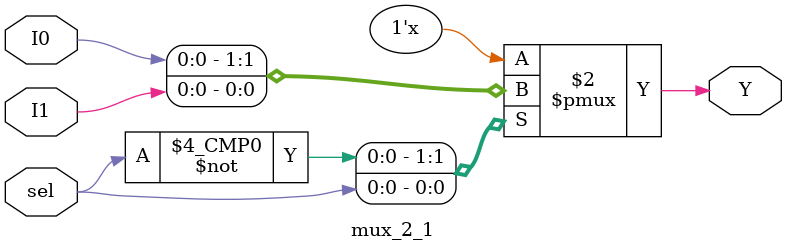
<source format=v>
`timescale 1ns / 1ps


module mux_2_1(
    input I0,
    input I1,
    input sel,
    output reg Y
    );
    
    always @(*) begin
        case(sel) 
            1'b0: Y = I0;
            1'b1: Y = I1;
        endcase
    end
    
endmodule

</source>
